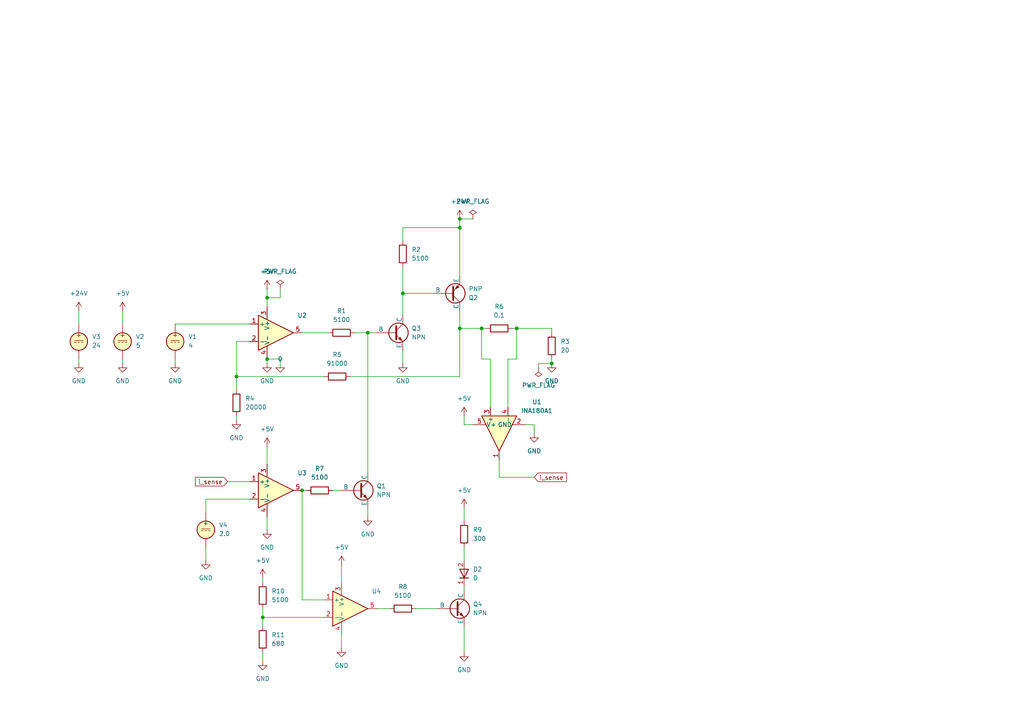
<source format=kicad_sch>
(kicad_sch (version 20231120) (generator "eeschema") (generator_version "8.0")
  (paper "A4")
  (lib_symbols
    (symbol "Amplifier_Current:INA180A1" (pin_names (offset 0.127))
      (property "Reference" "U" (at 3.81 3.81 0))
      (property "Value" "INA180A1" (at 3.81 -2.54 0))
      (symbol "INA180A1_0_1"
        (polyline (pts (xy 5.08 0) (xy -5.08 5.08) (xy -5.08 -5.08) (xy 5.08 0)) (stroke (width 0.254)) (fill (type background)))
      )
      (symbol "INA180A1_1_1"
        (pin output line (at 7.62 0 180) (length 2.54) (name "~") (number "1"))
        (pin power_in line (at -2.54 -7.62 90) (length 3.81) (name "GND") (number "2"))
        (pin input line (at -7.62 2.54 0) (length 2.54) (name "+") (number "3"))
        (pin input line (at -7.62 -2.54 0) (length 2.54) (name "-") (number "4"))
        (pin power_in line (at -2.54 7.62 270) (length 3.81) (name "V+") (number "5"))
      )
    )
    (symbol "Device:R" (pin_numbers hide) (pin_names (offset 0))
      (property "Reference" "R" (at 2.032 0 90))
      (property "Value" "R" (at 0 0 90))
      (symbol "R_0_1"
        (rectangle (start -1.016 -2.54) (end 1.016 2.54) (stroke (width 0.254)))
      )
      (symbol "R_1_1"
        (pin passive line (at 0 3.81 270) (length 1.27) (name "~") (number "1"))
        (pin passive line (at 0 -3.81 90) (length 1.27) (name "~") (number "2"))
      )
    )
    (symbol "Simulation_SPICE:0" (power) (pin_numbers hide) (pin_names (offset 0) hide)
      (property "Value" "0" (at 0 -2.54 0))
      (symbol "0_0_1"
        (polyline (pts (xy -1.27 0) (xy 0 -1.27) (xy 1.27 0) (xy -1.27 0)))
      )
      (symbol "0_1_1"
        (pin power_in line (at 0 0 0) (length 0) (name "~") (number "1"))
      )
    )
    (symbol "Simulation_SPICE:D" (pin_names (offset 1.016) hide)
      (property "Reference" "D" (at 0 2.54 0))
      (property "Value" "D" (at 0 -2.54 0))
      (symbol "D_0_1"
        (polyline (pts (xy -1.27 1.27) (xy -1.27 -1.27)) (stroke (width 0.254)))
        (polyline (pts (xy 1.27 0) (xy -1.27 0)))
        (polyline (pts (xy 1.27 1.27) (xy 1.27 -1.27) (xy -1.27 0) (xy 1.27 1.27)) (stroke (width 0.254)))
      )
      (symbol "D_1_1"
        (pin passive line (at -3.81 0 0) (length 2.54) (name "K") (number "1"))
        (pin passive line (at 3.81 0 180) (length 2.54) (name "A") (number "2"))
      )
    )
    (symbol "Simulation_SPICE:NPN" (pin_numbers hide) (pin_names (offset 0))
      (property "Reference" "Q" (at -2.54 7.62 0))
      (property "Value" "NPN" (at -2.54 5.08 0))
      (symbol "NPN_0_1"
        (polyline (pts (xy -2.54 0) (xy 0.635 0)) (stroke (width 0.1524)))
        (polyline (pts (xy 0.635 0.635) (xy 2.54 2.54)))
        (polyline (pts (xy 2.794 -1.27) (xy 2.794 -1.27)) (stroke (width 0.1524)))
        (polyline (pts (xy 2.794 -1.27) (xy 2.794 -1.27)) (stroke (width 0.1524)))
        (polyline (pts (xy 0.635 -0.635) (xy 2.54 -2.54) (xy 2.54 -2.54)))
        (polyline (pts (xy 0.635 1.905) (xy 0.635 -1.905) (xy 0.635 -1.905)) (stroke (width 0.508)))
        (polyline (pts (xy 1.27 -1.778) (xy 1.778 -1.27) (xy 2.286 -2.286) (xy 1.27 -1.778) (xy 1.27 -1.778)) (fill (type outline)))
        (circle (center 1.27 0) (radius 2.8194) (stroke (width 0.254)))
      )
      (symbol "NPN_1_1"
        (pin open_collector line (at 2.54 5.08 270) (length 2.54) (name "C") (number "1"))
        (pin input line (at -5.08 0 0) (length 2.54) (name "B") (number "2"))
        (pin open_emitter line (at 2.54 -5.08 90) (length 2.54) (name "E") (number "3"))
      )
    )
    (symbol "Simulation_SPICE:OPAMP" (pin_names (offset 0.254))
      (property "Reference" "U" (at 3.81 3.175 0))
      (property "Value" "${SIM.PARAMS}" (at 3.81 -3.175 0))
      (symbol "OPAMP_0_1"
        (polyline (pts (xy 5.08 0) (xy -5.08 5.08) (xy -5.08 -5.08) (xy 5.08 0)) (stroke (width 0.254)) (fill (type background)))
      )
      (symbol "OPAMP_1_1"
        (pin input line (at -7.62 2.54 0) (length 2.54) (name "+") (number "1"))
        (pin input line (at -7.62 -2.54 0) (length 2.54) (name "-") (number "2"))
        (pin power_in line (at -2.54 7.62 270) (length 3.81) (name "V+") (number "3"))
        (pin power_in line (at -2.54 -7.62 90) (length 3.81) (name "V-") (number "4"))
        (pin output line (at 7.62 0 180) (length 2.54) (name "~") (number "5"))
      )
    )
    (symbol "Simulation_SPICE:PNP" (pin_numbers hide) (pin_names (offset 0))
      (property "Reference" "Q" (at -2.54 7.62 0))
      (property "Value" "PNP" (at -2.54 5.08 0))
      (symbol "PNP_0_1"
        (polyline (pts (xy -2.54 0) (xy 0.635 0)) (stroke (width 0.1524)))
        (polyline (pts (xy 0.635 0.635) (xy 2.54 2.54)))
        (polyline (pts (xy 0.635 -0.635) (xy 2.54 -2.54) (xy 2.54 -2.54)))
        (polyline (pts (xy 0.635 1.905) (xy 0.635 -1.905) (xy 0.635 -1.905)) (stroke (width 0.508)))
        (polyline (pts (xy 2.286 -1.778) (xy 1.778 -2.286) (xy 1.27 -1.27) (xy 2.286 -1.778) (xy 2.286 -1.778)) (fill (type outline)))
        (circle (center 1.27 0) (radius 2.8194) (stroke (width 0.254)))
      )
      (symbol "PNP_1_1"
        (pin open_collector line (at 2.54 5.08 270) (length 2.54) (name "C") (number "1"))
        (pin input line (at -5.08 0 0) (length 2.54) (name "B") (number "2"))
        (pin open_emitter line (at 2.54 -5.08 90) (length 2.54) (name "E") (number "3"))
      )
    )
    (symbol "Simulation_SPICE:VDC" (pin_numbers hide) (pin_names (offset 0.0254))
      (property "Reference" "V" (at 2.54 2.54 0))
      (property "Value" "1" (at 2.54 0 0))
      (symbol "VDC_0_0"
        (polyline (pts (xy -1.27 0.254) (xy 1.27 0.254)))
        (polyline (pts (xy -0.762 -0.254) (xy -1.27 -0.254)))
        (polyline (pts (xy 0.254 -0.254) (xy -0.254 -0.254)))
        (polyline (pts (xy 1.27 -0.254) (xy 0.762 -0.254)))
        (text "+" (at 0 1.905 0) (effects (font (size 1.27 1.27))))
      )
      (symbol "VDC_0_1"
        (circle (center 0 0) (radius 2.54) (stroke (width 0.254)) (fill (type background)))
      )
      (symbol "VDC_1_1"
        (pin passive line (at 0 5.08 270) (length 2.54) (name "~") (number "1"))
        (pin passive line (at 0 -5.08 90) (length 2.54) (name "~") (number "2"))
      )
    )
    (symbol "power:+24V" (power) (pin_numbers hide) (pin_names (offset 0) hide)
      (property "Value" "+24V" (at 0 3.556 0))
      (symbol "+24V_0_1"
        (polyline (pts (xy -0.762 1.27) (xy 0 2.54)))
        (polyline (pts (xy 0 0) (xy 0 2.54)))
        (polyline (pts (xy 0 2.54) (xy 0.762 1.27)))
      )
      (symbol "+24V_1_1"
        (pin power_in line (at 0 0 90) (length 0) (name "~") (number "1"))
      )
    )
    (symbol "power:+5V" (power) (pin_numbers hide) (pin_names (offset 0) hide)
      (property "Value" "+5V" (at 0 3.556 0))
      (symbol "+5V_0_1"
        (polyline (pts (xy -0.762 1.27) (xy 0 2.54)))
        (polyline (pts (xy 0 0) (xy 0 2.54)))
        (polyline (pts (xy 0 2.54) (xy 0.762 1.27)))
      )
      (symbol "+5V_1_1"
        (pin power_in line (at 0 0 90) (length 0) (name "~") (number "1"))
      )
    )
    (symbol "power:GND" (power) (pin_numbers hide) (pin_names (offset 0) hide)
      (property "Value" "GND" (at 0 -3.81 0))
      (symbol "GND_0_1"
        (polyline (pts (xy 0 0) (xy 0 -1.27) (xy 1.27 -1.27) (xy 0 -2.54) (xy -1.27 -1.27) (xy 0 -1.27)))
      )
      (symbol "GND_1_1"
        (pin power_in line (at 0 0 270) (length 0) (name "~") (number "1"))
      )
    )
    (symbol "power:PWR_FLAG" (power) (pin_numbers hide) (pin_names (offset 0) hide)
      (property "Value" "PWR_FLAG" (at 0 3.81 0))
      (symbol "PWR_FLAG_0_0"
        (pin power_out line (at 0 0 90) (length 0) (name "~") (number "1"))
      )
      (symbol "PWR_FLAG_0_1"
        (polyline (pts (xy 0 0) (xy 0 1.27) (xy -1.016 1.905) (xy 0 2.54) (xy 1.016 1.905) (xy 0 1.27)))
      )
    )
  )
  (junction (at 76.2 179.07))
  (junction (at 160.02 105.41))
  (junction (at 77.47 86.36))
  (junction (at 139.7 95.25))
  (junction (at 106.68 96.52))
  (junction (at 133.35 63.5))
  (junction (at 133.35 95.25))
  (junction (at 149.86 95.25))
  (junction (at 116.84 85.09))
  (junction (at 68.58 109.22))
  (junction (at 77.47 104.14))
  (junction (at 133.35 66.04))
  (junction (at 87.63 142.24))
  (wire (pts (xy 77.47 129.54) (xy 77.47 134.62)))
  (wire (pts (xy 68.58 99.06) (xy 72.39 99.06)))
  (wire (pts (xy 154.94 123.19) (xy 154.94 125.73)))
  (wire (pts (xy 76.2 179.07) (xy 76.2 181.61)))
  (wire (pts (xy 87.63 96.52) (xy 95.25 96.52)))
  (wire (pts (xy 142.24 104.14) (xy 142.24 118.11)))
  (wire (pts (xy 68.58 109.22) (xy 93.98 109.22)))
  (wire (pts (xy 77.47 83.82) (xy 77.47 86.36)))
  (wire (pts (xy 156.21 105.41) (xy 160.02 105.41)))
  (wire (pts (xy 156.21 106.68) (xy 156.21 105.41)))
  (wire (pts (xy 109.22 176.53) (xy 113.03 176.53)))
  (wire (pts (xy 50.8 104.14) (xy 50.8 105.41)))
  (wire (pts (xy 77.47 149.86) (xy 77.47 153.67)))
  (wire (pts (xy 160.02 95.25) (xy 149.86 95.25)))
  (wire (pts (xy 87.63 173.99) (xy 87.63 142.24)))
  (wire (pts (xy 147.32 104.14) (xy 149.86 104.14)))
  (wire (pts (xy 149.86 104.14) (xy 149.86 95.25)))
  (wire (pts (xy 81.28 104.14) (xy 77.47 104.14)))
  (wire (pts (xy 134.62 120.65) (xy 134.62 123.19)))
  (wire (pts (xy 66.04 139.7) (xy 72.39 139.7)))
  (wire (pts (xy 87.63 142.24) (xy 88.9 142.24)))
  (wire (pts (xy 77.47 86.36) (xy 77.47 88.9)))
  (wire (pts (xy 116.84 101.6) (xy 116.84 105.41)))
  (wire (pts (xy 81.28 86.36) (xy 77.47 86.36)))
  (wire (pts (xy 102.87 96.52) (xy 106.68 96.52)))
  (wire (pts (xy 101.6 109.22) (xy 133.35 109.22)))
  (wire (pts (xy 139.7 104.14) (xy 139.7 95.25)))
  (wire (pts (xy 96.52 142.24) (xy 99.06 142.24)))
  (wire (pts (xy 59.69 158.75) (xy 59.69 162.56)))
  (wire (pts (xy 134.62 181.61) (xy 134.62 189.23)))
  (wire (pts (xy 140.97 95.25) (xy 139.7 95.25)))
  (wire (pts (xy 68.58 109.22) (xy 68.58 113.03)))
  (wire (pts (xy 59.69 144.78) (xy 59.69 148.59)))
  (wire (pts (xy 134.62 170.18) (xy 134.62 171.45)))
  (wire (pts (xy 152.4 123.19) (xy 154.94 123.19)))
  (wire (pts (xy 120.65 176.53) (xy 127 176.53)))
  (wire (pts (xy 76.2 167.64) (xy 76.2 168.91)))
  (wire (pts (xy 142.24 104.14) (xy 139.7 104.14)))
  (wire (pts (xy 35.56 90.17) (xy 35.56 93.98)))
  (wire (pts (xy 133.35 95.25) (xy 133.35 109.22)))
  (wire (pts (xy 133.35 63.5) (xy 133.35 66.04)))
  (wire (pts (xy 134.62 147.32) (xy 134.62 151.13)))
  (wire (pts (xy 116.84 69.85) (xy 116.84 66.04)))
  (wire (pts (xy 106.68 96.52) (xy 109.22 96.52)))
  (wire (pts (xy 160.02 104.14) (xy 160.02 105.41)))
  (wire (pts (xy 77.47 104.14) (xy 77.47 105.41)))
  (wire (pts (xy 106.68 96.52) (xy 106.68 137.16)))
  (wire (pts (xy 134.62 158.75) (xy 134.62 162.56)))
  (wire (pts (xy 22.86 90.17) (xy 22.86 93.98)))
  (wire (pts (xy 72.39 144.78) (xy 59.69 144.78)))
  (wire (pts (xy 147.32 118.11) (xy 147.32 104.14)))
  (wire (pts (xy 160.02 96.52) (xy 160.02 95.25)))
  (wire (pts (xy 133.35 63.5) (xy 137.16 63.5)))
  (wire (pts (xy 81.28 83.82) (xy 81.28 86.36)))
  (wire (pts (xy 76.2 179.07) (xy 93.98 179.07)))
  (wire (pts (xy 22.86 104.14) (xy 22.86 105.41)))
  (wire (pts (xy 133.35 66.04) (xy 133.35 80.01)))
  (wire (pts (xy 134.62 123.19) (xy 137.16 123.19)))
  (wire (pts (xy 35.56 104.14) (xy 35.56 105.41)))
  (wire (pts (xy 76.2 176.53) (xy 76.2 179.07)))
  (wire (pts (xy 99.06 163.83) (xy 99.06 168.91)))
  (wire (pts (xy 81.28 106.68) (xy 81.28 104.14)))
  (wire (pts (xy 149.86 95.25) (xy 148.59 95.25)))
  (wire (pts (xy 93.98 173.99) (xy 87.63 173.99)))
  (wire (pts (xy 125.73 85.09) (xy 116.84 85.09)))
  (wire (pts (xy 68.58 120.65) (xy 68.58 121.92)))
  (wire (pts (xy 133.35 90.17) (xy 133.35 95.25)))
  (wire (pts (xy 116.84 85.09) (xy 116.84 91.44)))
  (wire (pts (xy 76.2 189.23) (xy 76.2 191.77)))
  (wire (pts (xy 99.06 184.15) (xy 99.06 187.96)))
  (wire (pts (xy 68.58 109.22) (xy 68.58 99.06)))
  (wire (pts (xy 116.84 66.04) (xy 133.35 66.04)))
  (wire (pts (xy 144.78 133.35) (xy 144.78 138.43)))
  (wire (pts (xy 144.78 138.43) (xy 154.94 138.43)))
  (wire (pts (xy 50.8 93.98) (xy 72.39 93.98)))
  (wire (pts (xy 106.68 147.32) (xy 106.68 149.86)))
  (wire (pts (xy 139.7 95.25) (xy 133.35 95.25)))
  (wire (pts (xy 116.84 77.47) (xy 116.84 85.09)))
  (global_label "i_sense" (shape input) (at 154.94 138.43 0) (property "Intersheetrefs" "${INTERSHEET_REFS}" (effects (hide yes))))
  (global_label "i_sense" (shape input) (at 66.04 139.7 180) (property "Intersheetrefs" "${INTERSHEET_REFS}" (effects (hide yes))))
  (symbol (lib_id "power:GND") (at 154.94 125.73 0) (unit 1)
    (property "Reference" "#PWR012" (effects (hide yes)))
    (property "Value" "GND" (at 154.94 130.81 0))
    (property "Description" "Power symbol creates a global label with name \"GND\" , ground" (effects (hide yes)))
  )
  (symbol (lib_id "Amplifier_Current:INA180A1") (at 144.78 125.73 90) (mirror x) (unit 1)
    (property "Reference" "U1" (at 155.702 116.586 90))
    (property "Value" "INA180A1" (at 155.702 119.126 90))
    (property "Footprint" "Package_TO_SOT_SMD:SOT-23-5" (effects (hide yes)))
    (property "Datasheet" "http://www.ti.com/lit/ds/symlink/ina180.pdf" (effects (hide yes)))
    (property "Description" "Current Sense Amplifier, 1 Circuit, Rail-to-Rail, 26V, Gain 20 V/V, SOT-23-5" (effects (hide yes)))
    (property "Sim.Library" "/home/alt/Documents/KiCad/Bench_PSU/sim/INA180_PSPICE_AIO_16AUG2019.bak/ina180a1.lib" (effects (hide yes)))
    (property "Sim.Name" "INA180A1" (effects (hide yes)))
    (property "Sim.Device" "SUBCKT" (effects (hide yes)))
    (property "Sim.Pins" "1=OUT 2=GND 3=INP 4=INN 5=VCC" (effects (hide yes)))
  )
  (symbol (lib_id "Simulation_SPICE:OPAMP") (at 101.6 176.53 0) (unit 1)
    (property "Reference" "U4" (at 109.22 171.4814 0))
    (property "Value" "${SIM.PARAMS}" (at 109.22 173.3865 0))
    (property "Datasheet" "https://ngspice.sourceforge.io/docs/ngspice-html-manual/manual.xhtml#sec__SUBCKT_Subcircuits" (effects (hide yes)))
    (property "Description" "Operational amplifier, single, node sequence=1:+ 2:- 3:OUT 4:V+ 5:V-" (effects (hide yes)))
    (property "Sim.Pins" "1=in+ 2=in- 3=vcc 4=vee 5=out" (effects (hide yes)))
    (property "Sim.Device" "SUBCKT" (effects (hide yes)))
    (property "Sim.Library" "${KICAD8_SYMBOL_DIR}/Simulation_SPICE.sp" (effects (hide yes)))
    (property "Sim.Name" "kicad_builtin_opamp" (effects (hide yes)))
  )
  (symbol (lib_id "power:GND") (at 77.47 105.41 0) (unit 1)
    (property "Reference" "#PWR03" (effects (hide yes)))
    (property "Value" "GND" (at 77.47 110.49 0))
    (property "Description" "Power symbol creates a global label with name \"GND\" , ground" (effects (hide yes)))
  )
  (symbol (lib_id "power:GND") (at 99.06 187.96 0) (unit 1)
    (property "Reference" "#PWR019" (effects (hide yes)))
    (property "Value" "GND" (at 99.06 193.04 0))
    (property "Description" "Power symbol creates a global label with name \"GND\" , ground" (effects (hide yes)))
  )
  (symbol (lib_id "Simulation_SPICE:D") (at 134.62 166.37 90) (unit 1)
    (property "Reference" "D2" (at 137.16 165.0999 90) (effects (justify right)))
    (property "Value" "D" (at 137.16 167.6399 90) (effects (justify right)))
    (property "Datasheet" "https://ngspice.sourceforge.io/docs/ngspice-html-manual/manual.xhtml#cha_DIODEs" (effects (hide yes)))
    (property "Description" "Diode for simulation or PCB" (effects (hide yes)))
    (property "Sim.Device" "D" (effects (hide yes)))
    (property "Sim.Pins" "1=K 2=A" (effects (hide yes)))
    (property "Sim.Params" "rs=50m cjo=10p" (effects (hide yes)))
  )
  (symbol (lib_id "power:GND") (at 22.86 105.41 0) (unit 1)
    (property "Reference" "#PWR011" (effects (hide yes)))
    (property "Value" "GND" (at 22.86 110.49 0))
    (property "Description" "Power symbol creates a global label with name \"GND\" , ground" (effects (hide yes)))
  )
  (symbol (lib_id "power:GND") (at 76.2 191.77 0) (unit 1)
    (property "Reference" "#PWR021" (effects (hide yes)))
    (property "Value" "GND" (at 76.2 196.85 0))
    (property "Description" "Power symbol creates a global label with name \"GND\" , ground" (effects (hide yes)))
  )
  (symbol (lib_id "power:+5V") (at 134.62 147.32 0) (unit 1)
    (property "Reference" "#PWR020" (effects (hide yes)))
    (property "Value" "+5V" (at 134.62 142.24 0))
    (property "Description" "Power symbol creates a global label with name \"+5V\"" (effects (hide yes)))
  )
  (symbol (lib_id "Simulation_SPICE:OPAMP") (at 80.01 96.52 0) (unit 1)
    (property "Reference" "U2" (at 87.63 91.4714 0))
    (property "Value" "${SIM.PARAMS}" (at 87.63 93.3765 0))
    (property "Datasheet" "https://ngspice.sourceforge.io/docs/ngspice-html-manual/manual.xhtml#sec__SUBCKT_Subcircuits" (effects (hide yes)))
    (property "Description" "Operational amplifier, single, node sequence=1:+ 2:- 3:OUT 4:V+ 5:V-" (effects (hide yes)))
    (property "Sim.Pins" "1=in+ 2=in- 3=vcc 4=vee 5=out" (effects (hide yes)))
    (property "Sim.Device" "SUBCKT" (effects (hide yes)))
    (property "Sim.Library" "${KICAD8_SYMBOL_DIR}/Simulation_SPICE.sp" (effects (hide yes)))
    (property "Sim.Name" "kicad_builtin_opamp" (effects (hide yes)))
  )
  (symbol (lib_id "Simulation_SPICE:NPN") (at 104.14 142.24 0) (unit 1)
    (property "Reference" "Q1" (at 109.22 140.9699 0) (effects (justify left)))
    (property "Value" "NPN" (at 109.22 143.5099 0) (effects (justify left)))
    (property "Datasheet" "https://ngspice.sourceforge.io/docs/ngspice-html-manual/manual.xhtml#cha_BJTs" (effects (hide yes)))
    (property "Description" "Bipolar transistor symbol for simulation only, substrate tied to the emitter" (effects (hide yes)))
    (property "Sim.Device" "NPN" (effects (hide yes)))
    (property "Sim.Type" "GUMMELPOON" (effects (hide yes)))
    (property "Sim.Pins" "1=C 2=B 3=E" (effects (hide yes)))
  )
  (symbol (lib_id "Simulation_SPICE:0") (at 81.28 106.68 0) (unit 1)
    (property "Reference" "#GND01" (effects (hide yes)))
    (property "Value" "0" (at 81.28 104.14 0))
    (property "Datasheet" "https://ngspice.sourceforge.io/docs/ngspice-html-manual/manual.xhtml#subsec_Circuit_elements__device" (effects (hide yes)))
    (property "Description" "0V reference potential for simulation" (effects (hide yes)))
  )
  (symbol (lib_id "power:GND") (at 59.69 162.56 0) (unit 1)
    (property "Reference" "#PWR017" (effects (hide yes)))
    (property "Value" "GND" (at 59.69 167.64 0))
    (property "Description" "Power symbol creates a global label with name \"GND\" , ground" (effects (hide yes)))
  )
  (symbol (lib_id "Device:R") (at 76.2 172.72 0) (unit 1)
    (property "Reference" "R10" (at 78.74 171.4499 0) (effects (justify left)))
    (property "Value" "5100" (at 78.74 173.9899 0) (effects (justify left)))
    (property "Description" "Resistor" (effects (hide yes)))
  )
  (symbol (lib_id "Device:R") (at 144.78 95.25 90) (unit 1)
    (property "Reference" "R6" (at 144.78 88.9 90))
    (property "Value" "0.1" (at 144.78 91.44 90))
    (property "Description" "Resistor" (effects (hide yes)))
  )
  (symbol (lib_id "power:+5V") (at 134.62 120.65 0) (unit 1)
    (property "Reference" "#PWR013" (effects (hide yes)))
    (property "Value" "+5V" (at 134.62 115.57 0))
    (property "Description" "Power symbol creates a global label with name \"+5V\"" (effects (hide yes)))
  )
  (symbol (lib_id "power:+5V") (at 35.56 90.17 0) (unit 1)
    (property "Reference" "#PWR09" (effects (hide yes)))
    (property "Value" "+5V" (at 35.56 85.09 0))
    (property "Description" "Power symbol creates a global label with name \"+5V\"" (effects (hide yes)))
  )
  (symbol (lib_id "Device:R") (at 76.2 185.42 0) (unit 1)
    (property "Reference" "R11" (at 78.74 184.1499 0) (effects (justify left)))
    (property "Value" "680" (at 78.74 186.6899 0) (effects (justify left)))
    (property "Description" "Resistor" (effects (hide yes)))
  )
  (symbol (lib_id "Simulation_SPICE:NPN") (at 114.3 96.52 0) (unit 1)
    (property "Reference" "Q3" (at 119.38 95.2499 0) (effects (justify left)))
    (property "Value" "NPN" (at 119.38 97.7899 0) (effects (justify left)))
    (property "Datasheet" "https://ngspice.sourceforge.io/docs/ngspice-html-manual/manual.xhtml#cha_BJTs" (effects (hide yes)))
    (property "Description" "Bipolar transistor symbol for simulation only, substrate tied to the emitter" (effects (hide yes)))
    (property "Sim.Device" "NPN" (effects (hide yes)))
    (property "Sim.Type" "GUMMELPOON" (effects (hide yes)))
    (property "Sim.Pins" "1=C 2=B 3=E" (effects (hide yes)))
  )
  (symbol (lib_id "power:+5V") (at 77.47 83.82 0) (unit 1)
    (property "Reference" "#PWR02" (effects (hide yes)))
    (property "Value" "+5V" (at 77.47 78.74 0))
    (property "Description" "Power symbol creates a global label with name \"+5V\"" (effects (hide yes)))
  )
  (symbol (lib_id "Simulation_SPICE:VDC") (at 35.56 99.06 0) (unit 1)
    (property "Reference" "V2" (at 39.37 97.6601 0) (effects (justify left)))
    (property "Value" "5" (at 39.37 100.2001 0) (effects (justify left)))
    (property "Datasheet" "https://ngspice.sourceforge.io/docs/ngspice-html-manual/manual.xhtml#sec_Independent_Sources_for" (effects (hide yes)))
    (property "Description" "Voltage source, DC" (effects (hide yes)))
    (property "Sim.Pins" "1=+ 2=-" (effects (hide yes)))
    (property "Sim.Type" "DC" (effects (hide yes)))
    (property "Sim.Device" "V" (effects (hide yes)))
  )
  (symbol (lib_id "power:+5V") (at 99.06 163.83 0) (unit 1)
    (property "Reference" "#PWR018" (effects (hide yes)))
    (property "Value" "+5V" (at 99.06 158.75 0))
    (property "Description" "Power symbol creates a global label with name \"+5V\"" (effects (hide yes)))
  )
  (symbol (lib_id "Device:R") (at 134.62 154.94 180) (unit 1)
    (property "Reference" "R9" (at 137.16 153.6699 0) (effects (justify right)))
    (property "Value" "300" (at 137.16 156.2099 0) (effects (justify right)))
    (property "Description" "Resistor" (effects (hide yes)))
  )
  (symbol (lib_id "power:+5V") (at 77.47 129.54 0) (unit 1)
    (property "Reference" "#PWR014" (effects (hide yes)))
    (property "Value" "+5V" (at 77.47 124.46 0))
    (property "Description" "Power symbol creates a global label with name \"+5V\"" (effects (hide yes)))
  )
  (symbol (lib_id "Simulation_SPICE:OPAMP") (at 80.01 142.24 0) (unit 1)
    (property "Reference" "U3" (at 87.63 137.1914 0))
    (property "Value" "${SIM.PARAMS}" (at 87.63 139.0965 0))
    (property "Datasheet" "https://ngspice.sourceforge.io/docs/ngspice-html-manual/manual.xhtml#sec__SUBCKT_Subcircuits" (effects (hide yes)))
    (property "Description" "Operational amplifier, single, node sequence=1:+ 2:- 3:OUT 4:V+ 5:V-" (effects (hide yes)))
    (property "Sim.Pins" "1=in+ 2=in- 3=vcc 4=vee 5=out" (effects (hide yes)))
    (property "Sim.Device" "SUBCKT" (effects (hide yes)))
    (property "Sim.Library" "${KICAD8_SYMBOL_DIR}/Simulation_SPICE.sp" (effects (hide yes)))
    (property "Sim.Name" "kicad_builtin_opamp" (effects (hide yes)))
  )
  (symbol (lib_id "Simulation_SPICE:VDC") (at 59.69 153.67 0) (unit 1)
    (property "Reference" "V4" (at 63.5 152.2701 0) (effects (justify left)))
    (property "Value" "2.0" (at 63.5 154.8101 0) (effects (justify left)))
    (property "Datasheet" "https://ngspice.sourceforge.io/docs/ngspice-html-manual/manual.xhtml#sec_Independent_Sources_for" (effects (hide yes)))
    (property "Description" "Voltage source, DC" (effects (hide yes)))
    (property "Sim.Pins" "1=+ 2=-" (effects (hide yes)))
    (property "Sim.Type" "DC" (effects (hide yes)))
    (property "Sim.Device" "V" (effects (hide yes)))
  )
  (symbol (lib_id "Device:R") (at 160.02 100.33 0) (unit 1)
    (property "Reference" "R3" (at 162.56 99.0599 0) (effects (justify left)))
    (property "Value" "20" (at 162.56 101.5999 0) (effects (justify left)))
    (property "Description" "Resistor" (effects (hide yes)))
  )
  (symbol (lib_id "power:+24V") (at 22.86 90.17 0) (unit 1)
    (property "Reference" "#PWR06" (effects (hide yes)))
    (property "Value" "+24V" (at 22.86 85.09 0))
    (property "Description" "Power symbol creates a global label with name \"+24V\"" (effects (hide yes)))
  )
  (symbol (lib_id "power:GND") (at 68.58 121.92 0) (unit 1)
    (property "Reference" "#PWR07" (effects (hide yes)))
    (property "Value" "GND" (at 68.58 127 0))
    (property "Description" "Power symbol creates a global label with name \"GND\" , ground" (effects (hide yes)))
  )
  (symbol (lib_id "power:PWR_FLAG") (at 81.28 83.82 0) (unit 1)
    (property "Reference" "#FLG03" (effects (hide yes)))
    (property "Value" "PWR_FLAG" (at 81.28 78.74 0))
    (property "Description" "Special symbol for telling ERC where power comes from" (effects (hide yes)))
  )
  (symbol (lib_id "power:GND") (at 50.8 105.41 0) (unit 1)
    (property "Reference" "#PWR08" (effects (hide yes)))
    (property "Value" "GND" (at 50.8 110.49 0))
    (property "Description" "Power symbol creates a global label with name \"GND\" , ground" (effects (hide yes)))
  )
  (symbol (lib_id "Device:R") (at 99.06 96.52 90) (unit 1)
    (property "Reference" "R1" (at 99.06 90.17 90))
    (property "Value" "5100" (at 99.06 92.71 90))
    (property "Description" "Resistor" (effects (hide yes)))
  )
  (symbol (lib_id "power:PWR_FLAG") (at 156.21 106.68 180) (unit 1)
    (property "Reference" "#FLG01" (effects (hide yes)))
    (property "Value" "PWR_FLAG" (at 156.21 111.76 0))
    (property "Description" "Special symbol for telling ERC where power comes from" (effects (hide yes)))
  )
  (symbol (lib_id "Device:R") (at 116.84 73.66 0) (unit 1)
    (property "Reference" "R2" (at 119.38 72.3899 0) (effects (justify left)))
    (property "Value" "5100" (at 119.38 74.9299 0) (effects (justify left)))
    (property "Description" "Resistor" (effects (hide yes)))
  )
  (symbol (lib_id "Simulation_SPICE:VDC") (at 50.8 99.06 0) (unit 1)
    (property "Reference" "V1" (at 54.61 97.6601 0) (effects (justify left)))
    (property "Value" "4" (at 54.61 100.2001 0) (effects (justify left)))
    (property "Datasheet" "https://ngspice.sourceforge.io/docs/ngspice-html-manual/manual.xhtml#sec_Independent_Sources_for" (effects (hide yes)))
    (property "Description" "Voltage source, DC" (effects (hide yes)))
    (property "Sim.Pins" "1=+ 2=-" (effects (hide yes)))
    (property "Sim.Type" "DC" (effects (hide yes)))
    (property "Sim.Device" "V" (effects (hide yes)))
  )
  (symbol (lib_id "Device:R") (at 97.79 109.22 90) (unit 1)
    (property "Reference" "R5" (at 97.79 102.87 90))
    (property "Value" "91000" (at 97.79 105.41 90))
    (property "Description" "Resistor" (effects (hide yes)))
  )
  (symbol (lib_id "power:PWR_FLAG") (at 137.16 63.5 0) (unit 1)
    (property "Reference" "#FLG02" (effects (hide yes)))
    (property "Value" "PWR_FLAG" (at 137.16 58.42 0))
    (property "Description" "Special symbol for telling ERC where power comes from" (effects (hide yes)))
  )
  (symbol (lib_id "Device:R") (at 68.58 116.84 0) (unit 1)
    (property "Reference" "R4" (at 71.12 115.5699 0) (effects (justify left)))
    (property "Value" "20000" (at 71.12 118.1099 0) (effects (justify left)))
    (property "Description" "Resistor" (effects (hide yes)))
  )
  (symbol (lib_id "Simulation_SPICE:PNP") (at 130.81 85.09 0) (mirror x) (unit 1)
    (property "Reference" "Q2" (at 135.89 86.3601 0) (effects (justify left)))
    (property "Value" "PNP" (at 135.89 83.8201 0) (effects (justify left)))
    (property "Datasheet" "https://ngspice.sourceforge.io/docs/ngspice-html-manual/manual.xhtml#cha_BJTs" (effects (hide yes)))
    (property "Description" "Bipolar transistor symbol for simulation only, substrate tied to the emitter" (effects (hide yes)))
    (property "Sim.Device" "PNP" (effects (hide yes)))
    (property "Sim.Type" "GUMMELPOON" (effects (hide yes)))
    (property "Sim.Pins" "1=C 2=B 3=E" (effects (hide yes)))
  )
  (symbol (lib_id "Device:R") (at 92.71 142.24 90) (unit 1)
    (property "Reference" "R7" (at 92.71 135.89 90))
    (property "Value" "5100" (at 92.71 138.43 90))
    (property "Description" "Resistor" (effects (hide yes)))
  )
  (symbol (lib_id "Device:R") (at 116.84 176.53 90) (unit 1)
    (property "Reference" "R8" (at 116.84 170.18 90))
    (property "Value" "5100" (at 116.84 172.72 90))
    (property "Description" "Resistor" (effects (hide yes)))
  )
  (symbol (lib_id "power:GND") (at 134.62 189.23 0) (unit 1)
    (property "Reference" "#PWR022" (effects (hide yes)))
    (property "Value" "GND" (at 134.62 194.31 0))
    (property "Description" "Power symbol creates a global label with name \"GND\" , ground" (effects (hide yes)))
  )
  (symbol (lib_id "Simulation_SPICE:VDC") (at 22.86 99.06 0) (unit 1)
    (property "Reference" "V3" (at 26.67 97.6601 0) (effects (justify left)))
    (property "Value" "24" (at 26.67 100.2001 0) (effects (justify left)))
    (property "Datasheet" "https://ngspice.sourceforge.io/docs/ngspice-html-manual/manual.xhtml#sec_Independent_Sources_for" (effects (hide yes)))
    (property "Description" "Voltage source, DC" (effects (hide yes)))
    (property "Sim.Pins" "1=+ 2=-" (effects (hide yes)))
    (property "Sim.Type" "DC" (effects (hide yes)))
    (property "Sim.Device" "V" (effects (hide yes)))
  )
  (symbol (lib_id "power:+24V") (at 133.35 63.5 0) (unit 1)
    (property "Reference" "#PWR01" (effects (hide yes)))
    (property "Value" "+24V" (at 133.35 58.42 0))
    (property "Description" "Power symbol creates a global label with name \"+24V\"" (effects (hide yes)))
  )
  (symbol (lib_id "power:GND") (at 116.84 105.41 0) (unit 1)
    (property "Reference" "#PWR04" (effects (hide yes)))
    (property "Value" "GND" (at 116.84 110.49 0))
    (property "Description" "Power symbol creates a global label with name \"GND\" , ground" (effects (hide yes)))
  )
  (symbol (lib_id "power:GND") (at 35.56 105.41 0) (unit 1)
    (property "Reference" "#PWR010" (effects (hide yes)))
    (property "Value" "GND" (at 35.56 110.49 0))
    (property "Description" "Power symbol creates a global label with name \"GND\" , ground" (effects (hide yes)))
  )
  (symbol (lib_id "Simulation_SPICE:NPN") (at 132.08 176.53 0) (unit 1)
    (property "Reference" "Q4" (at 137.16 175.2599 0) (effects (justify left)))
    (property "Value" "NPN" (at 137.16 177.7999 0) (effects (justify left)))
    (property "Datasheet" "https://ngspice.sourceforge.io/docs/ngspice-html-manual/manual.xhtml#cha_BJTs" (effects (hide yes)))
    (property "Description" "Bipolar transistor symbol for simulation only, substrate tied to the emitter" (effects (hide yes)))
    (property "Sim.Device" "NPN" (effects (hide yes)))
    (property "Sim.Type" "GUMMELPOON" (effects (hide yes)))
    (property "Sim.Pins" "1=C 2=B 3=E" (effects (hide yes)))
  )
  (symbol (lib_id "power:GND") (at 160.02 105.41 0) (unit 1)
    (property "Reference" "#PWR05" (effects (hide yes)))
    (property "Value" "GND" (at 160.02 110.49 0))
    (property "Description" "Power symbol creates a global label with name \"GND\" , ground" (effects (hide yes)))
  )
  (symbol (lib_id "power:+5V") (at 76.2 167.64 0) (unit 1)
    (property "Reference" "#PWR023" (effects (hide yes)))
    (property "Value" "+5V" (at 76.2 162.56 0))
    (property "Description" "Power symbol creates a global label with name \"+5V\"" (effects (hide yes)))
  )
  (symbol (lib_id "power:GND") (at 106.68 149.86 0) (unit 1)
    (property "Reference" "#PWR016" (effects (hide yes)))
    (property "Value" "GND" (at 106.68 154.94 0))
    (property "Description" "Power symbol creates a global label with name \"GND\" , ground" (effects (hide yes)))
  )
  (symbol (lib_id "power:GND") (at 77.47 153.67 0) (unit 1)
    (property "Reference" "#PWR015" (effects (hide yes)))
    (property "Value" "GND" (at 77.47 158.75 0))
    (property "Description" "Power symbol creates a global label with name \"GND\" , ground" (effects (hide yes)))
  )
)
</source>
